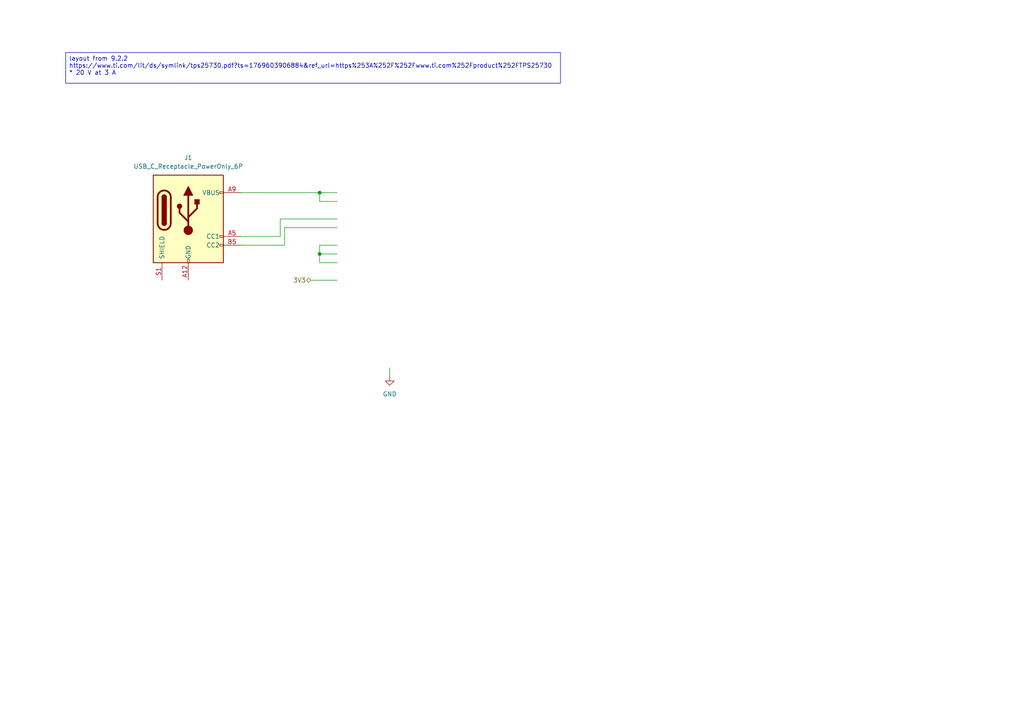
<source format=kicad_sch>
(kicad_sch (version 20250114) (generator "eeschema") (generator_version "9.0")
  (paper "A4")
  (lib_symbols
    (symbol "Connector:USB_C_Receptacle_PowerOnly_6P" (pin_names (offset 1.016))
      (property "Reference" "J" (at 0 16.51 0))
      (property "Value" "USB_C_Receptacle_PowerOnly_6P" (at 0 13.97 0))
      (symbol "USB_C_Receptacle_PowerOnly_6P_0_0"
        (rectangle (start -0.254 -12.7) (end 0.254 -11.684))
        (rectangle (start 10.16 7.874) (end 9.144 7.366))
        (rectangle (start 10.16 -4.826) (end 9.144 -5.334))
        (rectangle (start 10.16 -7.366) (end 9.144 -7.874))
      )
      (symbol "USB_C_Receptacle_PowerOnly_6P_0_1"
        (rectangle (start -10.16 12.7) (end 10.16 -12.7) (stroke (width 0.254)) (fill (type background)))
        (polyline (pts (xy -8.89 -1.27) (xy -8.89 6.35)) (stroke (width 0.508)))
        (rectangle (start -7.62 -1.27) (end -6.35 6.35) (stroke (width 0.254)) (fill (type outline)))
        (arc (start -7.62 6.35) (mid -6.985 6.9823) (end -6.35 6.35) (stroke (width 0.254)))
        (arc (start -7.62 6.35) (mid -6.985 6.9823) (end -6.35 6.35) (stroke (width 0.254)) (fill (type outline)))
        (arc (start -8.89 6.35) (mid -6.985 8.2467) (end -5.08 6.35) (stroke (width 0.508)))
        (arc (start -5.08 -1.27) (mid -6.985 -3.1667) (end -8.89 -1.27) (stroke (width 0.508)))
        (arc (start -6.35 -1.27) (mid -6.985 -1.9023) (end -7.62 -1.27) (stroke (width 0.254)))
        (arc (start -6.35 -1.27) (mid -6.985 -1.9023) (end -7.62 -1.27) (stroke (width 0.254)) (fill (type outline)))
        (polyline (pts (xy -5.08 6.35) (xy -5.08 -1.27)) (stroke (width 0.508)))
        (circle (center -2.54 3.683) (radius 0.635) (stroke (width 0.254)) (fill (type outline)))
        (polyline (pts (xy -1.27 6.858) (xy 0 9.398) (xy 1.27 6.858) (xy -1.27 6.858)) (stroke (width 0.254)) (fill (type outline)))
        (polyline (pts (xy 0 0.508) (xy 2.54 3.048) (xy 2.54 4.318)) (stroke (width 0.508)))
        (polyline (pts (xy 0 -0.762) (xy -2.54 1.778) (xy -2.54 3.048)) (stroke (width 0.508)))
        (polyline (pts (xy 0 -3.302) (xy 0 6.858)) (stroke (width 0.508)))
        (circle (center 0 -3.302) (radius 1.27) (fill (type outline)))
        (rectangle (start 1.905 4.318) (end 3.175 5.588) (stroke (width 0.254)) (fill (type outline)))
      )
      (symbol "USB_C_Receptacle_PowerOnly_6P_1_1"
        (pin passive line (at -7.62 -17.78 90) (length 5.08) (name "SHIELD") (number "S1"))
        (pin passive line (at 0 -17.78 90) (length 5.08) (name "GND") (number "A12"))
        (pin passive line (at 0 -17.78 90) (length 5.08) (hide yes) (name "GND") (number "B12"))
        (pin passive line (at 15.24 7.62 180) (length 5.08) (name "VBUS") (number "A9"))
        (pin passive line (at 15.24 7.62 180) (length 5.08) (hide yes) (name "VBUS") (number "B9"))
        (pin bidirectional line (at 15.24 -5.08 180) (length 5.08) (name "CC1") (number "A5"))
        (pin bidirectional line (at 15.24 -7.62 180) (length 5.08) (name "CC2") (number "B5"))
      )
    )
    (symbol "power:GND" (power) (pin_numbers (hide yes)) (pin_names (offset 0) (hide yes))
      (property "Value" "GND" (at 0 -3.81 0))
      (symbol "GND_0_1"
        (polyline (pts (xy 0 0) (xy 0 -1.27) (xy 1.27 -1.27) (xy 0 -2.54) (xy -1.27 -1.27) (xy 0 -1.27)))
      )
      (symbol "GND_1_1"
        (pin power_in line (at 0 0 270) (length 0) (name "~") (number "1"))
      )
    )
  )
  (text_box "layout from 9.2.2\nhttps://www.ti.com/lit/ds/symlink/tps25730.pdf?ts=1769603906884&ref_url=https%253A%252F%252Fwww.ti.com%252Fproduct%252FTPS25730\n* 20 V at 3 A" (at 19.05 15.24 0) (size 143.51 8.89) (margins 0.9525 0.9525 0.9525 0.9525) (effects (font (size 1.27 1.27)) (justify left top)))
  (junction (at 92.71 55.88))
  (junction (at 92.71 73.66))
  (wire (pts (xy 92.71 76.2) (xy 97.79 76.2)))
  (wire (pts (xy 81.28 63.5) (xy 97.79 63.5)))
  (wire (pts (xy 92.71 55.88) (xy 92.71 58.42)))
  (wire (pts (xy 113.03 106.68) (xy 113.03 109.22)))
  (wire (pts (xy 69.85 55.88) (xy 92.71 55.88)))
  (wire (pts (xy 82.55 66.04) (xy 82.55 71.12)))
  (wire (pts (xy 69.85 71.12) (xy 82.55 71.12)))
  (wire (pts (xy 97.79 66.04) (xy 82.55 66.04)))
  (wire (pts (xy 92.71 71.12) (xy 92.71 73.66)))
  (wire (pts (xy 92.71 73.66) (xy 97.79 73.66)))
  (wire (pts (xy 81.28 68.58) (xy 81.28 63.5)))
  (wire (pts (xy 90.17 81.28) (xy 97.79 81.28)))
  (wire (pts (xy 92.71 71.12) (xy 97.79 71.12)))
  (wire (pts (xy 92.71 55.88) (xy 97.79 55.88)))
  (wire (pts (xy 92.71 73.66) (xy 92.71 76.2)))
  (wire (pts (xy 69.85 68.58) (xy 81.28 68.58)))
  (wire (pts (xy 92.71 58.42) (xy 97.79 58.42)))
  (hierarchical_label "3V3" (shape bidirectional) (at 90.17 81.28 180))
  (symbol (lib_id "Connector:USB_C_Receptacle_PowerOnly_6P") (at 54.61 63.5 0) (unit 1)
    (property "Reference" "J1" (at 54.61 45.72 0))
    (property "Value" "USB_C_Receptacle_PowerOnly_6P" (at 54.61 48.26 0))
    (property "Datasheet" "https://www.usb.org/sites/default/files/documents/usb_type-c.zip" (effects (hide yes)))
    (property "Description" "USB Power-Only 6P Type-C Receptacle connector" (effects (hide yes)))
  )
  (symbol (lib_id "power:GND") (at 113.03 109.22 0) (unit 1)
    (property "Reference" "#PWR013" (effects (hide yes)))
    (property "Value" "GND" (at 113.03 114.3 0))
    (property "Description" "Power symbol creates a global label with name \"GND\" , ground" (effects (hide yes)))
  )
)
</source>
